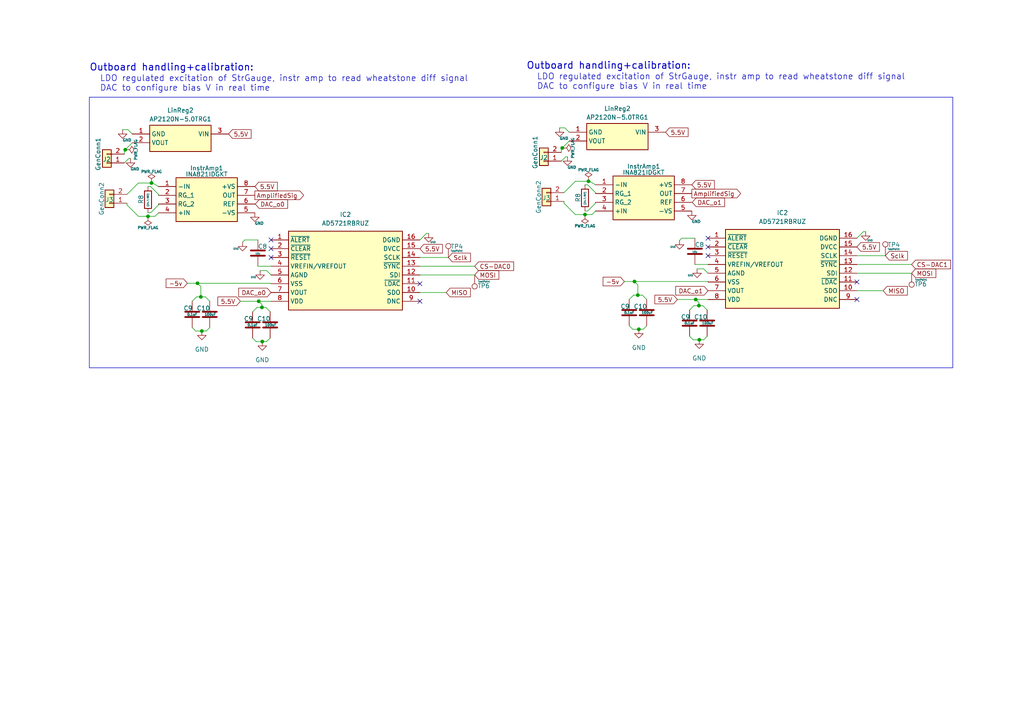
<source format=kicad_sch>
(kicad_sch (version 20230121) (generator eeschema)
  (paper "A4")
  (lib_symbols
    (symbol "21xt_symbols:AP2120N-5.0TRG1"
      (property "Reference" "PS" (at 24.13 7.62 0))
      (property "Value" "AP2120N-5.0TRG1" (at 24.13 5.08 0))
      (symbol "AP2120N-5.0TRG1_1_1"
        (rectangle (start 5.08 2.54) (end 22.86 -5.08) (stroke (width 0.254)) (fill (type background)))
        (pin passive line (at 0 0 0) (length 5.08) (name "GND") (number "1"))
        (pin passive line (at 0 -2.54 0) (length 5.08) (name "VOUT") (number "2"))
        (pin passive line (at 27.94 0 180) (length 5.08) (name "VIN") (number "3"))
      )
    )
    (symbol "21xt_symbols:INA821IDGKT"
      (property "Reference" "IC" (at 24.13 7.62 0))
      (property "Value" "INA821IDGKT" (at 24.13 5.08 0))
      (symbol "INA821IDGKT_1_1"
        (rectangle (start 5.08 2.54) (end 22.86 -10.16) (stroke (width 0.254)) (fill (type background)))
        (pin input line (at 0 0 0) (length 5.08) (name "-IN") (number "1"))
        (pin passive line (at 0 -2.54 0) (length 5.08) (name "RG_1") (number "2"))
        (pin passive line (at 0 -5.08 0) (length 5.08) (name "RG_2") (number "3"))
        (pin input line (at 0 -7.62 0) (length 5.08) (name "+IN") (number "4"))
        (pin power_in line (at 27.94 -7.62 180) (length 5.08) (name "-VS") (number "5"))
        (pin passive line (at 27.94 -5.08 180) (length 5.08) (name "REF") (number "6"))
        (pin output line (at 27.94 -2.54 180) (length 5.08) (name "OUT") (number "7"))
        (pin power_in line (at 27.94 0 180) (length 5.08) (name "+VS") (number "8"))
      )
    )
    (symbol "AD5721RBRUZ:AD5721RBRUZ"
      (property "Reference" "IC" (at 39.37 7.62 0))
      (property "Value" "AD5721RBRUZ" (at 39.37 5.08 0))
      (symbol "AD5721RBRUZ_1_1"
        (rectangle (start 5.08 2.54) (end 38.1 -20.32) (stroke (width 0.254)) (fill (type background)))
        (pin passive line (at 0 0 0) (length 5.08) (name "~{ALERT}") (number "1"))
        (pin passive line (at 43.18 -15.24 180) (length 5.08) (name "SDO") (number "10"))
        (pin passive line (at 43.18 -12.7 180) (length 5.08) (name "~{LDAC}") (number "11"))
        (pin passive line (at 43.18 -10.16 180) (length 5.08) (name "SDI") (number "12"))
        (pin passive line (at 43.18 -7.62 180) (length 5.08) (name "~{SYNC}") (number "13"))
        (pin passive line (at 43.18 -5.08 180) (length 5.08) (name "SCLK") (number "14"))
        (pin passive line (at 43.18 -2.54 180) (length 5.08) (name "DVCC") (number "15"))
        (pin passive line (at 43.18 0 180) (length 5.08) (name "DGND") (number "16"))
        (pin passive line (at 0 -2.54 0) (length 5.08) (name "~{CLEAR}") (number "2"))
        (pin passive line (at 0 -5.08 0) (length 5.08) (name "~{RESET}") (number "3"))
        (pin passive line (at 0 -7.62 0) (length 5.08) (name "VREFIN/VREFOUT") (number "4"))
        (pin passive line (at 0 -10.16 0) (length 5.08) (name "AGND") (number "5"))
        (pin passive line (at 0 -12.7 0) (length 5.08) (name "VSS") (number "6"))
        (pin passive line (at 0 -15.24 0) (length 5.08) (name "VOUT") (number "7"))
        (pin passive line (at 0 -17.78 0) (length 5.08) (name "VDD") (number "8"))
        (pin passive line (at 43.18 -17.78 180) (length 5.08) (name "DNC") (number "9"))
      )
    )
    (symbol "Connector:TestPoint" (pin_numbers hide) (pin_names (offset 0.762) hide)
      (property "Reference" "TP" (at 0 6.858 0))
      (property "Value" "TestPoint" (at 0 5.08 0))
      (symbol "TestPoint_0_1"
        (circle (center 0 3.302) (radius 0.762))
      )
      (symbol "TestPoint_1_1"
        (pin passive line (at 0 0 90) (length 2.54) (name "1") (number "1"))
      )
    )
    (symbol "Connector_Generic:Conn_01x02" (pin_names (offset 1.016) hide)
      (property "Reference" "J" (at 0 2.54 0))
      (property "Value" "Conn_01x02" (at 0 -5.08 0))
      (symbol "Conn_01x02_1_1"
        (rectangle (start -1.27 -2.413) (end 0 -2.667) (stroke (width 0.1524)))
        (rectangle (start -1.27 0.127) (end 0 -0.127) (stroke (width 0.1524)))
        (rectangle (start -1.27 1.27) (end 1.27 -3.81) (stroke (width 0.254)) (fill (type background)))
        (pin passive line (at -5.08 0 0) (length 3.81) (name "Pin_1") (number "1"))
        (pin passive line (at -5.08 -2.54 0) (length 3.81) (name "Pin_2") (number "2"))
      )
    )
    (symbol "Device:C" (pin_numbers hide) (pin_names (offset 0.254))
      (property "Reference" "C" (at 0.635 2.54 0))
      (property "Value" "C" (at 0.635 -2.54 0))
      (symbol "C_0_1"
        (polyline (pts (xy -2.032 -0.762) (xy 2.032 -0.762)) (stroke (width 0.508)))
        (polyline (pts (xy -2.032 0.762) (xy 2.032 0.762)) (stroke (width 0.508)))
      )
      (symbol "C_1_1"
        (pin passive line (at 0 3.81 270) (length 2.794) (name "~") (number "1"))
        (pin passive line (at 0 -3.81 90) (length 2.794) (name "~") (number "2"))
      )
    )
    (symbol "Device:R" (pin_numbers hide) (pin_names (offset 0))
      (property "Reference" "R" (at 2.032 0 90))
      (property "Value" "R" (at 0 0 90))
      (symbol "R_0_1"
        (rectangle (start -1.016 -2.54) (end 1.016 2.54) (stroke (width 0.254)))
      )
      (symbol "R_1_1"
        (pin passive line (at 0 3.81 270) (length 1.27) (name "~") (number "1"))
        (pin passive line (at 0 -3.81 90) (length 1.27) (name "~") (number "2"))
      )
    )
    (symbol "power:GND" (power) (pin_names (offset 0))
      (property "Value" "GND" (at 0 -3.81 0))
      (symbol "GND_0_1"
        (polyline (pts (xy 0 0) (xy 0 -1.27) (xy 1.27 -1.27) (xy 0 -2.54) (xy -1.27 -1.27) (xy 0 -1.27)))
      )
      (symbol "GND_1_1"
        (pin power_in line (at 0 0 270) (length 0) hide (name "GND") (number "1"))
      )
    )
    (symbol "power:PWR_FLAG" (power) (pin_numbers hide) (pin_names (offset 0) hide)
      (property "Value" "PWR_FLAG" (at 0 3.81 0))
      (symbol "PWR_FLAG_0_0"
        (pin power_out line (at 0 0 90) (length 0) (name "pwr") (number "1"))
      )
      (symbol "PWR_FLAG_0_1"
        (polyline (pts (xy 0 0) (xy 0 1.27) (xy -1.016 1.905) (xy 0 2.54) (xy 1.016 1.905) (xy 0 1.27)))
      )
    )
  )
  (junction (at 36.322 43.434))
  (junction (at 43.942 53.086))
  (junction (at 201.7791 86.868))
  (junction (at 42.926 62.738))
  (junction (at 75.9735 89.154))
  (junction (at 58.547 96.012))
  (junction (at 76.073 99.06))
  (junction (at 184.026 81.6504))
  (junction (at 185.293 95.504))
  (junction (at 170.688 52.578))
  (junction (at 184.9949 85.598))
  (junction (at 202.819 98.552))
  (junction (at 57.28 82.1584))
  (junction (at 58.2489 86.106))
  (junction (at 202.7195 88.646))
  (junction (at 163.068 42.926))
  (junction (at 75.0331 87.376))
  (junction (at 169.672 62.23))
  (no_connect (at 205.359 69.088))
  (no_connect (at 121.793 82.296))
  (no_connect (at 78.613 74.676))
  (no_connect (at 205.359 74.168))
  (no_connect (at 248.539 81.788))
  (no_connect (at 78.613 72.136))
  (no_connect (at 248.539 86.868))
  (no_connect (at 205.359 71.628))
  (no_connect (at 121.793 87.376))
  (no_connect (at 78.613 69.596))
  (wire (pts (xy 77.089 89.154) (xy 78.359 90.424)))
  (wire (pts (xy 163.576 58.42) (xy 163.576 58.928)))
  (wire (pts (xy 74.295 99.06) (xy 73.279 98.044)))
  (wire (pts (xy 75.9735 88.3164) (xy 75.0331 87.376)))
  (wire (pts (xy 170.942 52.578) (xy 172.72 53.594)))
  (wire (pts (xy 170.688 52.578) (xy 170.942 52.578)))
  (wire (pts (xy 124.333 67.691) (xy 123.698 67.691)))
  (wire (pts (xy 169.672 61.214) (xy 170.434 61.214)))
  (wire (pts (xy 59.817 96.012) (xy 60.833 94.996)))
  (wire (pts (xy 184.9949 85.598) (xy 186.309 85.598)))
  (wire (pts (xy 182.499 86.868) (xy 183.769 85.598)))
  (wire (pts (xy 201.041 98.552) (xy 200.025 97.536)))
  (wire (pts (xy 172.72 58.674) (xy 172.72 58.928)))
  (wire (pts (xy 264.414 79.248) (xy 248.539 79.248)))
  (wire (pts (xy 162.306 37.084) (xy 163.83 37.084)))
  (wire (pts (xy 202.184 77.978) (xy 204.089 77.978)))
  (wire (pts (xy 169.672 53.594) (xy 170.434 53.594)))
  (wire (pts (xy 76.073 99.06) (xy 74.295 99.06)))
  (wire (pts (xy 164.592 45.466) (xy 164.084 45.466)))
  (wire (pts (xy 57.28 82.1584) (xy 78.4754 82.1584)))
  (wire (pts (xy 76.073 99.06) (xy 77.343 99.06)))
  (wire (pts (xy 200.025 89.916) (xy 201.295 88.646)))
  (wire (pts (xy 36.068 43.688) (xy 36.322 43.434)))
  (wire (pts (xy 74.803 77.216) (xy 78.613 77.216)))
  (wire (pts (xy 172.72 58.928) (xy 170.434 61.214)))
  (wire (pts (xy 58.2489 86.106) (xy 59.563 86.106)))
  (wire (pts (xy 37.084 37.592) (xy 38.354 38.862)))
  (wire (pts (xy 196.469 86.868) (xy 201.7791 86.868)))
  (wire (pts (xy 172.72 56.134) (xy 172.72 55.88)))
  (wire (pts (xy 256.794 74.168) (xy 248.539 74.168)))
  (wire (pts (xy 183.515 95.504) (xy 182.499 94.488)))
  (wire (pts (xy 45.974 56.388) (xy 43.688 54.102)))
  (wire (pts (xy 44.196 53.086) (xy 45.974 54.102)))
  (wire (pts (xy 58.547 96.012) (xy 59.817 96.012)))
  (wire (pts (xy 201.549 69.088) (xy 197.739 69.088)))
  (wire (pts (xy 78.4754 82.1584) (xy 78.613 82.296)))
  (wire (pts (xy 201.295 88.646) (xy 202.7195 88.646)))
  (wire (pts (xy 69.723 87.376) (xy 75.0331 87.376)))
  (wire (pts (xy 130.048 74.676) (xy 121.793 74.676)))
  (wire (pts (xy 163.83 37.084) (xy 165.1 38.354)))
  (wire (pts (xy 181.0909 81.6504) (xy 184.026 81.6504)))
  (wire (pts (xy 37.846 45.974) (xy 37.338 45.974)))
  (wire (pts (xy 202.7195 87.8084) (xy 201.7791 86.868)))
  (wire (pts (xy 36.322 43.434) (xy 38.354 41.402)))
  (wire (pts (xy 202.819 98.552) (xy 201.041 98.552)))
  (wire (pts (xy 73.279 90.424) (xy 74.549 89.154)))
  (wire (pts (xy 169.672 62.23) (xy 171.704 62.23)))
  (wire (pts (xy 36.83 56.388) (xy 40.132 53.086)))
  (wire (pts (xy 205.2214 81.6504) (xy 205.359 81.788)))
  (wire (pts (xy 202.7195 88.646) (xy 203.835 88.646)))
  (wire (pts (xy 166.878 52.578) (xy 170.688 52.578)))
  (wire (pts (xy 201.549 76.708) (xy 205.359 76.708)))
  (wire (pts (xy 54.3449 82.1584) (xy 57.28 82.1584)))
  (wire (pts (xy 204.089 77.978) (xy 205.359 79.248)))
  (wire (pts (xy 172.72 55.88) (xy 170.434 53.594)))
  (wire (pts (xy 250.444 67.183) (xy 248.539 69.088)))
  (wire (pts (xy 186.309 85.598) (xy 187.579 86.868)))
  (wire (pts (xy 184.026 81.6504) (xy 205.2214 81.6504)))
  (wire (pts (xy 35.56 37.592) (xy 37.084 37.592)))
  (wire (pts (xy 183.769 85.598) (xy 184.9949 85.598)))
  (wire (pts (xy 40.132 62.738) (xy 42.926 62.738)))
  (wire (pts (xy 36.068 44.704) (xy 36.068 43.688)))
  (wire (pts (xy 36.83 59.436) (xy 40.132 62.738)))
  (wire (pts (xy 201.7791 86.868) (xy 205.359 86.868)))
  (wire (pts (xy 202.7195 88.646) (xy 202.7195 87.8084)))
  (wire (pts (xy 185.293 95.504) (xy 183.515 95.504)))
  (wire (pts (xy 185.293 95.504) (xy 186.563 95.504)))
  (wire (pts (xy 58.2489 83.1273) (xy 57.28 82.1584)))
  (wire (pts (xy 162.814 44.196) (xy 162.814 43.18)))
  (wire (pts (xy 42.926 54.102) (xy 43.688 54.102)))
  (wire (pts (xy 75.9735 89.154) (xy 75.9735 88.3164)))
  (wire (pts (xy 251.079 67.183) (xy 250.444 67.183)))
  (wire (pts (xy 58.2489 86.106) (xy 58.2489 83.1273)))
  (wire (pts (xy 256.159 84.328) (xy 248.539 84.328)))
  (wire (pts (xy 36.83 58.928) (xy 36.83 59.436)))
  (wire (pts (xy 43.942 53.086) (xy 44.196 53.086)))
  (wire (pts (xy 137.668 79.756) (xy 121.793 79.756)))
  (wire (pts (xy 57.023 86.106) (xy 58.2489 86.106)))
  (wire (pts (xy 204.089 98.552) (xy 205.105 97.536)))
  (wire (pts (xy 123.698 67.691) (xy 121.793 69.596)))
  (wire (pts (xy 75.9735 89.154) (xy 77.089 89.154)))
  (wire (pts (xy 77.343 99.06) (xy 78.359 98.044)))
  (wire (pts (xy 129.413 84.836) (xy 121.793 84.836)))
  (wire (pts (xy 166.878 62.23) (xy 169.672 62.23)))
  (wire (pts (xy 74.549 89.154) (xy 75.9735 89.154)))
  (wire (pts (xy 202.819 98.552) (xy 204.089 98.552)))
  (wire (pts (xy 203.835 88.646) (xy 205.105 89.916)))
  (wire (pts (xy 74.803 69.596) (xy 70.993 69.596)))
  (wire (pts (xy 45.974 59.436) (xy 43.688 61.722)))
  (wire (pts (xy 45.974 59.182) (xy 45.974 59.436)))
  (wire (pts (xy 163.068 42.926) (xy 165.1 40.894)))
  (wire (pts (xy 37.338 45.974) (xy 36.068 47.244)))
  (wire (pts (xy 42.926 62.738) (xy 44.958 62.738)))
  (wire (pts (xy 186.563 95.504) (xy 187.579 94.488)))
  (wire (pts (xy 163.576 55.88) (xy 166.878 52.578)))
  (wire (pts (xy 45.974 56.642) (xy 45.974 56.388)))
  (wire (pts (xy 75.0331 87.376) (xy 78.613 87.376)))
  (wire (pts (xy 59.563 86.106) (xy 60.833 87.376)))
  (wire (pts (xy 171.704 62.23) (xy 172.72 61.214)))
  (wire (pts (xy 74.041 59.182) (xy 73.914 59.182)))
  (wire (pts (xy 58.547 96.012) (xy 56.769 96.012)))
  (wire (pts (xy 40.132 53.086) (xy 43.942 53.086)))
  (wire (pts (xy 200.787 58.674) (xy 200.66 58.674)))
  (wire (pts (xy 137.668 77.216) (xy 121.793 77.216)))
  (wire (pts (xy 70.993 69.596) (xy 70.358 70.231)))
  (wire (pts (xy 197.739 69.088) (xy 197.104 69.723)))
  (wire (pts (xy 55.753 87.376) (xy 57.023 86.106)))
  (wire (pts (xy 163.576 58.928) (xy 166.878 62.23)))
  (wire (pts (xy 56.769 96.012) (xy 55.753 94.996)))
  (wire (pts (xy 77.343 78.486) (xy 78.613 79.756)))
  (wire (pts (xy 44.958 62.738) (xy 45.974 61.722)))
  (wire (pts (xy 42.926 61.722) (xy 43.688 61.722)))
  (wire (pts (xy 264.414 76.708) (xy 248.539 76.708)))
  (wire (pts (xy 184.9949 82.6193) (xy 184.026 81.6504)))
  (wire (pts (xy 162.814 43.18) (xy 163.068 42.926)))
  (wire (pts (xy 75.438 78.486) (xy 77.343 78.486)))
  (wire (pts (xy 184.9949 85.598) (xy 184.9949 82.6193)))
  (wire (pts (xy 164.084 45.466) (xy 162.814 46.736)))
  (rectangle (start 25.908 28.194) (end 276.352 106.68))
  (text "DAC to configure bias V in real time" (at 155.702 26.162 0) (effects (font (size 1.75 1.75)) (justify left bottom)))
  (text "LDO regulated excitation of StrGauge, instr amp to read wheatstone diff signal" (at 28.956 23.876 0) (effects (font (size 1.75 1.75)) (justify left bottom)))
  (text "Outboard handling+calibration:" (at 25.908 20.828 0) (effects (font (size 2 2) (thickness 0.254) bold) (justify left bottom)))
  (text "LDO regulated excitation of StrGauge, instr amp to read wheatstone diff signal" (at 155.702 23.368 0) (effects (font (size 1.75 1.75)) (justify left bottom)))
  (text "DAC to configure bias V in real time" (at 28.956 26.67 0) (effects (font (size 1.75 1.75)) (justify left bottom)))
  (text "Outboard handling+calibration:" (at 152.654 20.32 0) (effects (font (size 2 2) (thickness 0.254) bold) (justify left bottom)))
  (global_label "DAC_o1" (shape input) (at 200.787 58.674 0) (property "Intersheetrefs" "${INTERSHEET_REFS}" (effects hide)))
  (global_label "5.5V" (shape input) (at 66.294 38.862 0) (property "Intersheetrefs" "${INTERSHEET_REFS}" (effects hide)))
  (global_label "5.5V" (shape input) (at 69.723 87.376 180) (property "Intersheetrefs" "${INTERSHEET_REFS}" (effects hide)))
  (global_label "5.5V" (shape input) (at 193.04 38.354 0) (property "Intersheetrefs" "${INTERSHEET_REFS}" (effects hide)))
  (global_label "AmplifiedSig" (shape output) (at 73.914 56.642 0) (property "Intersheetrefs" "${INTERSHEET_REFS}" (effects hide)))
  (global_label "AmplifiedSig" (shape output) (at 200.66 56.134 0) (property "Intersheetrefs" "${INTERSHEET_REFS}" (effects hide)))
  (global_label "5.5V" (shape input) (at 73.914 54.102 0) (property "Intersheetrefs" "${INTERSHEET_REFS}" (effects hide)))
  (global_label "5.5V" (shape input) (at 248.539 71.628 0) (property "Intersheetrefs" "${INTERSHEET_REFS}" (effects hide)))
  (global_label "5.5V" (shape input) (at 196.469 86.868 180) (property "Intersheetrefs" "${INTERSHEET_REFS}" (effects hide)))
  (global_label "5.5V" (shape input) (at 200.66 53.594 0) (property "Intersheetrefs" "${INTERSHEET_REFS}" (effects hide)))
  (global_label "CS-DAC0" (shape input) (at 137.668 77.216 0) (property "Intersheetrefs" "${INTERSHEET_REFS}" (effects hide)))
  (global_label "5.5V" (shape input) (at 121.793 72.136 0) (property "Intersheetrefs" "${INTERSHEET_REFS}" (effects hide)))
  (global_label "MISO" (shape input) (at 129.413 84.836 0) (property "Intersheetrefs" "${INTERSHEET_REFS}" (effects hide)))
  (global_label "MISO" (shape input) (at 256.159 84.328 0) (property "Intersheetrefs" "${INTERSHEET_REFS}" (effects hide)))
  (global_label "-5v" (shape input) (at 181.0909 81.6504 180) (property "Intersheetrefs" "${INTERSHEET_REFS}" (effects hide)))
  (global_label "MOSI" (shape input) (at 264.414 79.248 0) (property "Intersheetrefs" "${INTERSHEET_REFS}" (effects hide)))
  (global_label "-5v" (shape input) (at 54.3449 82.1584 180) (property "Intersheetrefs" "${INTERSHEET_REFS}" (effects hide)))
  (global_label "CS-DAC1" (shape input) (at 264.414 76.708 0) (property "Intersheetrefs" "${INTERSHEET_REFS}" (effects hide)))
  (global_label "Sclk" (shape input) (at 130.048 74.676 0) (property "Intersheetrefs" "${INTERSHEET_REFS}" (effects hide)))
  (global_label "DAC_o0" (shape input) (at 74.041 59.182 0) (property "Intersheetrefs" "${INTERSHEET_REFS}" (effects hide)))
  (global_label "MOSI" (shape input) (at 137.668 79.756 0) (property "Intersheetrefs" "${INTERSHEET_REFS}" (effects hide)))
  (global_label "DAC_o0" (shape input) (at 78.613 84.836 180) (property "Intersheetrefs" "${INTERSHEET_REFS}" (effects hide)))
  (global_label "Sclk" (shape input) (at 256.794 74.168 0) (property "Intersheetrefs" "${INTERSHEET_REFS}" (effects hide)))
  (global_label "DAC_o1" (shape input) (at 205.359 84.328 180) (property "Intersheetrefs" "${INTERSHEET_REFS}" (effects hide)))
  (symbol (lib_id "Connector_Generic:Conn_01x02") (at 158.496 58.42 180) (unit 1)
    (property "Reference" "J3" (at 158.496 57.404 0))
    (property "Value" "GenConn2" (at 156.21 57.15 90))
    (property "Footprint" "21xt_footprints:MOLEX_2pinSMD" (effects hide))
    (instances (project "wsg1.0" (path "" (reference "J3") (unit 1))) (project "wsg2.0" (path "" (reference "J2") (unit 1)) (path "" (reference "J7") (unit 1))))
  )
  (symbol (lib_id "Device:C") (at 200.025 93.726 0) (unit 1)
    (property "Reference" "C9" (at 197.485 91.948 0) (effects (justify left)))
    (property "Value" "0.1uF" (at 198.501 93.726 0) (effects (font (size 0.7 0.7)) (justify left)))
    (property "Footprint" "Capacitor_SMD:C_0603_1608Metric" (effects hide))
    (instances (project "wsg1.0" (path "" (reference "C9") (unit 1))) (project "wsg2.0" (path "" (reference "C3") (unit 1)) (path "" (reference "C26") (unit 1))))
  )
  (symbol (lib_id "power:PWR_FLAG") (at 36.322 43.434 270) (unit 1)
    (property "Reference" "#FLG08" (effects hide))
    (property "Value" "PWR_FLAG" (at 39.37 43.434 0) (effects (font (size 0.8 0.8))))
    (instances (project "wsg1.0" (path "" (reference "#FLG08") (unit 1))) (project "wsg2.0" (path "" (reference "#FLG01") (unit 1)) (path "" (reference "#FLG06") (unit 1))))
  )
  (symbol (lib_id "21xt_symbols:AP2120N-5.0TRG1") (at 165.1 38.354 0) (unit 1)
    (property "Reference" "LinReg2" (at 179.07 31.496 0))
    (property "Value" "AP2120N-5.0TRG1" (at 179.07 34.036 0))
    (property "Footprint" "21xt_footprints:SOT91P240X110-3N" (effects hide))
    (property "Datasheet" "https://www.diodes.com//assets/Datasheets/AP2120.pdf" (effects hide))
    (property "Height" "1.2" (effects hide))
    (property "Mouser Part Number" "621-AP2120N-5.0TRG1" (effects hide))
    (property "Mouser Price/Stock" "https://www.mouser.co.uk/ProductDetail/Diodes-Incorporated/AP2120N-5.0TRG1?qs=M%2FOdCRO8QQ3JQu49DdtyIA%3D%3D" (effects hide))
    (property "Manufacturer_Name" "Diodes Incorporated" (effects hide))
    (property "Manufacturer_Part_Number" "AP2120N-5.0TRG1" (effects hide))
    (instances (project "wsg1.0" (path "" (reference "LinReg2") (unit 1))) (project "wsg2.0" (path "" (reference "LinReg1") (unit 1)) (path "" (reference "LinReg3") (unit 1))))
  )
  (symbol (lib_id "Connector:TestPoint") (at 264.414 79.248 180) (unit 1)
    (property "Reference" "TP6" (at 268.859 82.423 0) (effects (justify left)))
    (property "Value" "TestPoint" (at 268.859 81.153 0) (effects (font (size 0.5 0.5)) (justify left)))
    (property "Footprint" "TestPoint:TestPoint_Pad_D1.0mm" (effects hide))
    (instances (project "wsg2.0" (path "" (reference "TP6") (unit 1)) (path "" (reference "TP5") (unit 1))) (project "Untitled" (path "" (reference "TP3") (unit 1))))
  )
  (symbol (lib_id "21xt_symbols:INA821IDGKT") (at 45.974 54.102 0) (unit 1)
    (property "Reference" "InstrAmp1" (at 59.944 48.768 0))
    (property "Value" "INA821IDGKT" (at 59.944 50.546 0))
    (property "Footprint" "21xt_footprints:INA821" (effects hide))
    (property "Datasheet" "http://www.ti.com/lit/ds/symlink/ina821.pdf" (effects hide))
    (property "Height" "1.1" (effects hide))
    (property "Mouser Part Number" "595-INA821IDGKT" (effects hide))
    (property "Mouser Price/Stock" "https://www.mouser.co.uk/ProductDetail/Texas-Instruments/INA821IDGKT?qs=LDGDZb5k%2F%252B8diOW5CeiHfQ%3D%3D" (effects hide))
    (property "Manufacturer_Name" "Texas Instruments" (effects hide))
    (property "Manufacturer_Part_Number" "INA821IDGKT" (effects hide))
    (instances (project "wsg1.0" (path "" (reference "InstrAmp1") (unit 1))) (project "wsg2.0" (path "" (reference "InstrAmp1") (unit 1)) (path "" (reference "InstrAmp2") (unit 1))))
  )
  (symbol (lib_id "power:GND") (at 202.184 77.978 0) (unit 1)
    (property "Reference" "#PWR034" (effects hide))
    (property "Value" "GND" (at 200.279 79.883 0) (effects (font (size 0.5 0.5))))
    (instances (project "wsg2.0" (path "" (reference "#PWR034") (unit 1)) (path "" (reference "#PWR052") (unit 1))) (project "Untitled" (path "" (reference "#PWR03") (unit 1))))
  )
  (symbol (lib_id "power:GND") (at 35.56 37.592 0) (unit 1)
    (property "Reference" "#PWR019" (effects hide))
    (property "Value" "GND" (at 36.83 40.64 0) (effects (font (size 0.8 0.8))))
    (instances (project "wsg1.0" (path "" (reference "#PWR019") (unit 1))) (project "wsg2.0" (path "" (reference "#PWR01") (unit 1)) (path "" (reference "#PWR010") (unit 1))))
  )
  (symbol (lib_id "Connector_Generic:Conn_01x02") (at 157.734 46.736 180) (unit 1)
    (property "Reference" "J2" (at 157.734 45.72 0))
    (property "Value" "GenConn1" (at 155.194 44.196 90))
    (property "Footprint" "21xt_footprints:MOLEX_2pinSMD" (effects hide))
    (instances (project "wsg1.0" (path "" (reference "J2") (unit 1))) (project "wsg2.0" (path "" (reference "J1") (unit 1)) (path "" (reference "J6") (unit 1))))
  )
  (symbol (lib_id "power:PWR_FLAG") (at 43.942 53.086 0) (unit 1)
    (property "Reference" "#FLG010" (effects hide))
    (property "Value" "PWR_FLAG" (at 43.942 49.784 0) (effects (font (size 0.8 0.8))))
    (instances (project "wsg1.0" (path "" (reference "#FLG010") (unit 1))) (project "wsg2.0" (path "" (reference "#FLG03") (unit 1)) (path "" (reference "#FLG08") (unit 1))))
  )
  (symbol (lib_id "Connector:TestPoint") (at 137.668 79.756 180) (unit 1)
    (property "Reference" "TP6" (at 142.113 82.931 0) (effects (justify left)))
    (property "Value" "TestPoint" (at 142.113 81.661 0) (effects (font (size 0.5 0.5)) (justify left)))
    (property "Footprint" "TestPoint:TestPoint_Pad_D1.0mm" (effects hide))
    (instances (project "wsg2.0" (path "" (reference "TP6") (unit 1)) (path "" (reference "TP2") (unit 1))) (project "Untitled" (path "" (reference "TP3") (unit 1))))
  )
  (symbol (lib_id "power:GND") (at 185.293 95.504 0) (unit 1)
    (property "Reference" "#PWR04" (effects hide))
    (property "Value" "GND" (at 185.293 100.838 0))
    (instances (project "wsg2.0" (path "" (reference "#PWR04") (unit 1)) (path "" (reference "#PWR031") (unit 1))))
  )
  (symbol (lib_id "Device:C") (at 78.359 94.234 0) (unit 1)
    (property "Reference" "C10" (at 74.549 92.456 0) (effects (justify left)))
    (property "Value" "100uF" (at 76.835 94.234 0) (effects (font (size 0.7 0.7)) (justify left)))
    (property "Footprint" "Capacitor_SMD:C_0603_1608Metric" (effects hide))
    (instances (project "wsg1.0" (path "" (reference "C10") (unit 1))) (project "wsg2.0" (path "" (reference "C4") (unit 1)) (path "" (reference "C23") (unit 1))))
  )
  (symbol (lib_id "power:PWR_FLAG") (at 163.068 42.926 270) (unit 1)
    (property "Reference" "#FLG08" (effects hide))
    (property "Value" "PWR_FLAG" (at 166.116 42.926 0) (effects (font (size 0.8 0.8))))
    (instances (project "wsg1.0" (path "" (reference "#FLG08") (unit 1))) (project "wsg2.0" (path "" (reference "#FLG01") (unit 1)) (path "" (reference "#FLG012") (unit 1))))
  )
  (symbol (lib_id "Device:C") (at 205.105 93.726 0) (unit 1)
    (property "Reference" "C10" (at 201.295 91.948 0) (effects (justify left)))
    (property "Value" "100uF" (at 203.581 93.726 0) (effects (font (size 0.7 0.7)) (justify left)))
    (property "Footprint" "Capacitor_SMD:C_0603_1608Metric" (effects hide))
    (instances (project "wsg1.0" (path "" (reference "C10") (unit 1))) (project "wsg2.0" (path "" (reference "C4") (unit 1)) (path "" (reference "C28") (unit 1))))
  )
  (symbol (lib_id "Connector:TestPoint") (at 130.048 74.676 0) (unit 1)
    (property "Reference" "TP4" (at 130.683 71.501 0) (effects (justify left)))
    (property "Value" "TestPoint" (at 130.683 72.771 0) (effects (font (size 0.5 0.5)) (justify left)))
    (property "Footprint" "TestPoint:TestPoint_Pad_D1.0mm" (effects hide))
    (instances (project "wsg2.0" (path "" (reference "TP4") (unit 1)) (path "" (reference "TP1") (unit 1))) (project "Untitled" (path "" (reference "TP5") (unit 1))))
  )
  (symbol (lib_id "Device:R") (at 42.926 57.912 0) (unit 1)
    (property "Reference" "R8" (at 40.894 59.182 90) (effects (justify left)))
    (property "Value" "(24.7/8?)" (at 42.926 59.944 90) (effects (font (size 0.5 0.5)) (justify left)))
    (property "Footprint" "Resistor_SMD:R_0603_1608Metric" (effects hide))
    (instances (project "wsg1.0" (path "" (reference "R8") (unit 1))) (project "wsg2.0" (path "" (reference "R1") (unit 1)) (path "" (reference "R6") (unit 1))))
  )
  (symbol (lib_id "power:GND") (at 162.306 37.084 0) (unit 1)
    (property "Reference" "#PWR019" (effects hide))
    (property "Value" "GND" (at 163.576 40.132 0) (effects (font (size 0.8 0.8))))
    (instances (project "wsg1.0" (path "" (reference "#PWR019") (unit 1))) (project "wsg2.0" (path "" (reference "#PWR01") (unit 1)) (path "" (reference "#PWR024") (unit 1))))
  )
  (symbol (lib_id "Device:R") (at 169.672 57.404 0) (unit 1)
    (property "Reference" "R8" (at 167.64 58.674 90) (effects (justify left)))
    (property "Value" "(24.7/8?)" (at 169.672 59.436 90) (effects (font (size 0.5 0.5)) (justify left)))
    (property "Footprint" "Resistor_SMD:R_0603_1608Metric" (effects hide))
    (instances (project "wsg1.0" (path "" (reference "R8") (unit 1))) (project "wsg2.0" (path "" (reference "R1") (unit 1)) (path "" (reference "R9") (unit 1))))
  )
  (symbol (lib_id "power:GND") (at 202.819 98.552 0) (unit 1)
    (property "Reference" "#PWR05" (effects hide))
    (property "Value" "GND" (at 202.819 103.886 0))
    (instances (project "wsg2.0" (path "" (reference "#PWR05") (unit 1)) (path "" (reference "#PWR053") (unit 1))))
  )
  (symbol (lib_id "Device:C") (at 55.753 91.186 0) (unit 1)
    (property "Reference" "C9" (at 53.213 89.408 0) (effects (justify left)))
    (property "Value" "0.1uF" (at 54.229 91.186 0) (effects (font (size 0.7 0.7)) (justify left)))
    (property "Footprint" "Capacitor_SMD:C_0603_1608Metric" (effects hide))
    (instances (project "wsg1.0" (path "" (reference "C9") (unit 1))) (project "wsg2.0" (path "" (reference "C1") (unit 1)) (path "" (reference "C6") (unit 1))))
  )
  (symbol (lib_id "power:PWR_FLAG") (at 42.926 62.738 180) (unit 1)
    (property "Reference" "#FLG09" (effects hide))
    (property "Value" "PWR_FLAG" (at 42.926 66.04 0) (effects (font (size 0.8 0.8))))
    (instances (project "wsg1.0" (path "" (reference "#FLG09") (unit 1))) (project "wsg2.0" (path "" (reference "#FLG02") (unit 1)) (path "" (reference "#FLG07") (unit 1))))
  )
  (symbol (lib_id "power:GND") (at 124.333 67.691 0) (unit 1)
    (property "Reference" "#PWR035" (effects hide))
    (property "Value" "GND" (at 125.603 70.231 0) (effects (font (size 0.5 0.5))))
    (instances (project "wsg2.0" (path "" (reference "#PWR035") (unit 1)) (path "" (reference "#PWR023") (unit 1))) (project "Untitled" (path "" (reference "#PWR012") (unit 1))))
  )
  (symbol (lib_id "Device:C") (at 74.803 73.406 0) (unit 1)
    (property "Reference" "C8" (at 74.803 71.501 0) (effects (justify left)))
    (property "Value" "10u" (at 74.041 73.533 0) (effects (font (size 0.5 0.5)) (justify left)))
    (property "Footprint" "Resistor_SMD:R_0402_1005Metric" (effects hide))
    (instances (project "wsg2.0" (path "" (reference "C8") (unit 1)) (path "" (reference "C22") (unit 1))) (project "Untitled" (path "" (reference "C1") (unit 1))))
  )
  (symbol (lib_id "Connector:TestPoint") (at 256.794 74.168 0) (unit 1)
    (property "Reference" "TP4" (at 257.429 70.993 0) (effects (justify left)))
    (property "Value" "TestPoint" (at 257.429 72.263 0) (effects (font (size 0.5 0.5)) (justify left)))
    (property "Footprint" "TestPoint:TestPoint_Pad_D1.0mm" (effects hide))
    (instances (project "wsg2.0" (path "" (reference "TP4") (unit 1)) (path "" (reference "TP3") (unit 1))) (project "Untitled" (path "" (reference "TP5") (unit 1))))
  )
  (symbol (lib_id "21xt_symbols:INA821IDGKT") (at 172.72 53.594 0) (unit 1)
    (property "Reference" "InstrAmp1" (at 186.69 48.26 0))
    (property "Value" "INA821IDGKT" (at 186.69 50.038 0))
    (property "Footprint" "21xt_footprints:INA821" (effects hide))
    (property "Datasheet" "http://www.ti.com/lit/ds/symlink/ina821.pdf" (effects hide))
    (property "Height" "1.1" (effects hide))
    (property "Mouser Part Number" "595-INA821IDGKT" (effects hide))
    (property "Mouser Price/Stock" "https://www.mouser.co.uk/ProductDetail/Texas-Instruments/INA821IDGKT?qs=LDGDZb5k%2F%252B8diOW5CeiHfQ%3D%3D" (effects hide))
    (property "Manufacturer_Name" "Texas Instruments" (effects hide))
    (property "Manufacturer_Part_Number" "INA821IDGKT" (effects hide))
    (instances (project "wsg1.0" (path "" (reference "InstrAmp1") (unit 1))) (project "wsg2.0" (path "" (reference "InstrAmp1") (unit 1)) (path "" (reference "InstrAmp3") (unit 1))))
  )
  (symbol (lib_id "power:GND") (at 70.358 70.231 0) (unit 1)
    (property "Reference" "#PWR033" (effects hide))
    (property "Value" "GND" (at 68.453 72.136 0) (effects (font (size 0.5 0.5))))
    (instances (project "wsg2.0" (path "" (reference "#PWR033") (unit 1)) (path "" (reference "#PWR016") (unit 1))) (project "Untitled" (path "" (reference "#PWR02") (unit 1))))
  )
  (symbol (lib_id "power:GND") (at 200.66 61.214 0) (unit 1)
    (property "Reference" "#PWR021" (effects hide))
    (property "Value" "GND" (at 201.93 64.262 0) (effects (font (size 0.8 0.8))))
    (instances (project "wsg1.0" (path "" (reference "#PWR021") (unit 1))) (project "wsg2.0" (path "" (reference "#PWR03") (unit 1)) (path "" (reference "#PWR051") (unit 1))))
  )
  (symbol (lib_id "power:GND") (at 164.592 45.466 0) (unit 1)
    (property "Reference" "#PWR020" (effects hide))
    (property "Value" "GND" (at 165.862 48.514 0) (effects (font (size 0.8 0.8))))
    (instances (project "wsg1.0" (path "" (reference "#PWR020") (unit 1))) (project "wsg2.0" (path "" (reference "#PWR02") (unit 1)) (path "" (reference "#PWR030") (unit 1))))
  )
  (symbol (lib_id "Connector_Generic:Conn_01x02") (at 30.988 47.244 180) (unit 1)
    (property "Reference" "J2" (at 30.988 46.228 0))
    (property "Value" "GenConn1" (at 28.448 44.704 90))
    (property "Footprint" "21xt_footprints:MOLEX_2pinSMD" (effects hide))
    (instances (project "wsg1.0" (path "" (reference "J2") (unit 1))) (project "wsg2.0" (path "" (reference "J1") (unit 1)) (path "" (reference "J3") (unit 1))))
  )
  (symbol (lib_id "power:PWR_FLAG") (at 169.672 62.23 180) (unit 1)
    (property "Reference" "#FLG09" (effects hide))
    (property "Value" "PWR_FLAG" (at 169.672 65.532 0) (effects (font (size 0.8 0.8))))
    (instances (project "wsg1.0" (path "" (reference "#FLG09") (unit 1))) (project "wsg2.0" (path "" (reference "#FLG02") (unit 1)) (path "" (reference "#FLG013") (unit 1))))
  )
  (symbol (lib_id "power:GND") (at 76.073 99.06 0) (unit 1)
    (property "Reference" "#PWR05" (effects hide))
    (property "Value" "GND" (at 76.073 104.394 0))
    (instances (project "wsg2.0" (path "" (reference "#PWR05") (unit 1)) (path "" (reference "#PWR022") (unit 1))))
  )
  (symbol (lib_id "Device:C") (at 201.549 72.898 0) (unit 1)
    (property "Reference" "C8" (at 201.549 70.993 0) (effects (justify left)))
    (property "Value" "10u" (at 200.787 73.025 0) (effects (font (size 0.5 0.5)) (justify left)))
    (property "Footprint" "Resistor_SMD:R_0402_1005Metric" (effects hide))
    (instances (project "wsg2.0" (path "" (reference "C8") (unit 1)) (path "" (reference "C27") (unit 1))) (project "Untitled" (path "" (reference "C1") (unit 1))))
  )
  (symbol (lib_id "Device:C") (at 60.833 91.186 0) (unit 1)
    (property "Reference" "C10" (at 57.023 89.408 0) (effects (justify left)))
    (property "Value" "100uF" (at 59.309 91.186 0) (effects (font (size 0.7 0.7)) (justify left)))
    (property "Footprint" "Capacitor_SMD:C_0603_1608Metric" (effects hide))
    (instances (project "wsg1.0" (path "" (reference "C10") (unit 1))) (project "wsg2.0" (path "" (reference "C2") (unit 1)) (path "" (reference "C7") (unit 1))))
  )
  (symbol (lib_id "power:GND") (at 197.104 69.723 0) (unit 1)
    (property "Reference" "#PWR033" (effects hide))
    (property "Value" "GND" (at 195.199 71.628 0) (effects (font (size 0.5 0.5))))
    (instances (project "wsg2.0" (path "" (reference "#PWR033") (unit 1)) (path "" (reference "#PWR050") (unit 1))) (project "Untitled" (path "" (reference "#PWR02") (unit 1))))
  )
  (symbol (lib_id "AD5721RBRUZ:AD5721RBRUZ") (at 205.359 69.088 0) (unit 1)
    (property "Reference" "IC2" (at 226.949 61.722 0))
    (property "Value" "AD5721RBRUZ" (at 226.949 64.262 0))
    (property "Footprint" "21xt_footprints:AD5721" (effects hide))
    (property "Datasheet" "http://www.analog.com/media/en/technical-documentation/data-sheets/ad5761r_5721r.pdf" (effects hide))
    (property "Height" "1.2" (effects hide))
    (property "Mouser Part Number" "584-AD5721RBRUZ" (effects hide))
    (property "Mouser Price/Stock" "https://www.mouser.co.uk/ProductDetail/Analog-Devices/AD5721RBRUZ?qs=NEWnq6vH5Lc0qthc05AK%252BQ%3D%3D" (effects hide))
    (property "Manufacturer_Name" "Analog Devices" (effects hide))
    (property "Manufacturer_Part_Number" "AD5721RBRUZ" (effects hide))
    (instances (project "wsg2.0" (path "" (reference "IC2") (unit 1)) (path "" (reference "IC4") (unit 1))) (project "Untitled" (path "" (reference "IC1") (unit 1))))
  )
  (symbol (lib_id "AD5721RBRUZ:AD5721RBRUZ") (at 78.613 69.596 0) (unit 1)
    (property "Reference" "IC2" (at 100.203 62.23 0))
    (property "Value" "AD5721RBRUZ" (at 100.203 64.77 0))
    (property "Footprint" "21xt_footprints:AD5721" (effects hide))
    (property "Datasheet" "http://www.analog.com/media/en/technical-documentation/data-sheets/ad5761r_5721r.pdf" (effects hide))
    (property "Height" "1.2" (effects hide))
    (property "Mouser Part Number" "584-AD5721RBRUZ" (effects hide))
    (property "Mouser Price/Stock" "https://www.mouser.co.uk/ProductDetail/Analog-Devices/AD5721RBRUZ?qs=NEWnq6vH5Lc0qthc05AK%252BQ%3D%3D" (effects hide))
    (property "Manufacturer_Name" "Analog Devices" (effects hide))
    (property "Manufacturer_Part_Number" "AD5721RBRUZ" (effects hide))
    (instances (project "wsg2.0" (path "" (reference "IC2") (unit 1)) (path "" (reference "IC3") (unit 1))) (project "Untitled" (path "" (reference "IC1") (unit 1))))
  )
  (symbol (lib_id "Device:C") (at 187.579 90.678 0) (unit 1)
    (property "Reference" "C10" (at 183.769 88.9 0) (effects (justify left)))
    (property "Value" "100uF" (at 186.055 90.678 0) (effects (font (size 0.7 0.7)) (justify left)))
    (property "Footprint" "Capacitor_SMD:C_0603_1608Metric" (effects hide))
    (instances (project "wsg1.0" (path "" (reference "C10") (unit 1))) (project "wsg2.0" (path "" (reference "C2") (unit 1)) (path "" (reference "C25") (unit 1))))
  )
  (symbol (lib_id "Device:C") (at 182.499 90.678 0) (unit 1)
    (property "Reference" "C9" (at 179.959 88.9 0) (effects (justify left)))
    (property "Value" "0.1uF" (at 180.975 90.678 0) (effects (font (size 0.7 0.7)) (justify left)))
    (property "Footprint" "Capacitor_SMD:C_0603_1608Metric" (effects hide))
    (instances (project "wsg1.0" (path "" (reference "C9") (unit 1))) (project "wsg2.0" (path "" (reference "C1") (unit 1)) (path "" (reference "C24") (unit 1))))
  )
  (symbol (lib_id "21xt_symbols:AP2120N-5.0TRG1") (at 38.354 38.862 0) (unit 1)
    (property "Reference" "LinReg2" (at 52.324 32.004 0))
    (property "Value" "AP2120N-5.0TRG1" (at 52.324 34.544 0))
    (property "Footprint" "21xt_footprints:SOT91P240X110-3N" (effects hide))
    (property "Datasheet" "https://www.diodes.com//assets/Datasheets/AP2120.pdf" (effects hide))
    (property "Height" "1.2" (effects hide))
    (property "Mouser Part Number" "621-AP2120N-5.0TRG1" (effects hide))
    (property "Mouser Price/Stock" "https://www.mouser.co.uk/ProductDetail/Diodes-Incorporated/AP2120N-5.0TRG1?qs=M%2FOdCRO8QQ3JQu49DdtyIA%3D%3D" (effects hide))
    (property "Manufacturer_Name" "Diodes Incorporated" (effects hide))
    (property "Manufacturer_Part_Number" "AP2120N-5.0TRG1" (effects hide))
    (instances (project "wsg1.0" (path "" (reference "LinReg2") (unit 1))) (project "wsg2.0" (path "" (reference "LinReg1") (unit 1)) (path "" (reference "LinReg2") (unit 1))))
  )
  (symbol (lib_id "power:GND") (at 58.547 96.012 0) (unit 1)
    (property "Reference" "#PWR04" (effects hide))
    (property "Value" "GND" (at 58.547 101.346 0))
    (instances (project "wsg2.0" (path "" (reference "#PWR04") (unit 1)) (path "" (reference "#PWR014") (unit 1))))
  )
  (symbol (lib_id "power:GND") (at 75.438 78.486 0) (unit 1)
    (property "Reference" "#PWR034" (effects hide))
    (property "Value" "GND" (at 73.533 80.391 0) (effects (font (size 0.5 0.5))))
    (instances (project "wsg2.0" (path "" (reference "#PWR034") (unit 1)) (path "" (reference "#PWR018") (unit 1))) (project "Untitled" (path "" (reference "#PWR03") (unit 1))))
  )
  (symbol (lib_id "power:GND") (at 73.914 61.722 0) (unit 1)
    (property "Reference" "#PWR021" (effects hide))
    (property "Value" "GND" (at 75.184 64.77 0) (effects (font (size 0.8 0.8))))
    (instances (project "wsg1.0" (path "" (reference "#PWR021") (unit 1))) (project "wsg2.0" (path "" (reference "#PWR03") (unit 1)) (path "" (reference "#PWR017") (unit 1))))
  )
  (symbol (lib_id "power:PWR_FLAG") (at 170.688 52.578 0) (unit 1)
    (property "Reference" "#FLG010" (effects hide))
    (property "Value" "PWR_FLAG" (at 170.688 49.276 0) (effects (font (size 0.8 0.8))))
    (instances (project "wsg1.0" (path "" (reference "#FLG010") (unit 1))) (project "wsg2.0" (path "" (reference "#FLG03") (unit 1)) (path "" (reference "#FLG014") (unit 1))))
  )
  (symbol (lib_id "Connector_Generic:Conn_01x02") (at 31.75 58.928 180) (unit 1)
    (property "Reference" "J3" (at 31.75 57.912 0))
    (property "Value" "GenConn2" (at 29.464 57.658 90))
    (property "Footprint" "21xt_footprints:MOLEX_2pinSMD" (effects hide))
    (instances (project "wsg1.0" (path "" (reference "J3") (unit 1))) (project "wsg2.0" (path "" (reference "J2") (unit 1)) (path "" (reference "J5") (unit 1))))
  )
  (symbol (lib_id "power:GND") (at 251.079 67.183 0) (unit 1)
    (property "Reference" "#PWR035" (effects hide))
    (property "Value" "GND" (at 252.349 69.723 0) (effects (font (size 0.5 0.5))))
    (instances (project "wsg2.0" (path "" (reference "#PWR035") (unit 1)) (path "" (reference "#PWR054") (unit 1))) (project "Untitled" (path "" (reference "#PWR012") (unit 1))))
  )
  (symbol (lib_id "power:GND") (at 37.846 45.974 0) (unit 1)
    (property "Reference" "#PWR020" (effects hide))
    (property "Value" "GND" (at 39.116 49.022 0) (effects (font (size 0.8 0.8))))
    (instances (project "wsg1.0" (path "" (reference "#PWR020") (unit 1))) (project "wsg2.0" (path "" (reference "#PWR02") (unit 1)) (path "" (reference "#PWR013") (unit 1))))
  )
  (symbol (lib_id "Device:C") (at 73.279 94.234 0) (unit 1)
    (property "Reference" "C9" (at 70.739 92.456 0) (effects (justify left)))
    (property "Value" "0.1uF" (at 71.755 94.234 0) (effects (font (size 0.7 0.7)) (justify left)))
    (property "Footprint" "Capacitor_SMD:C_0603_1608Metric" (effects hide))
    (instances (project "wsg1.0" (path "" (reference "C9") (unit 1))) (project "wsg2.0" (path "" (reference "C3") (unit 1)) (path "" (reference "C21") (unit 1))))
  )
)
</source>
